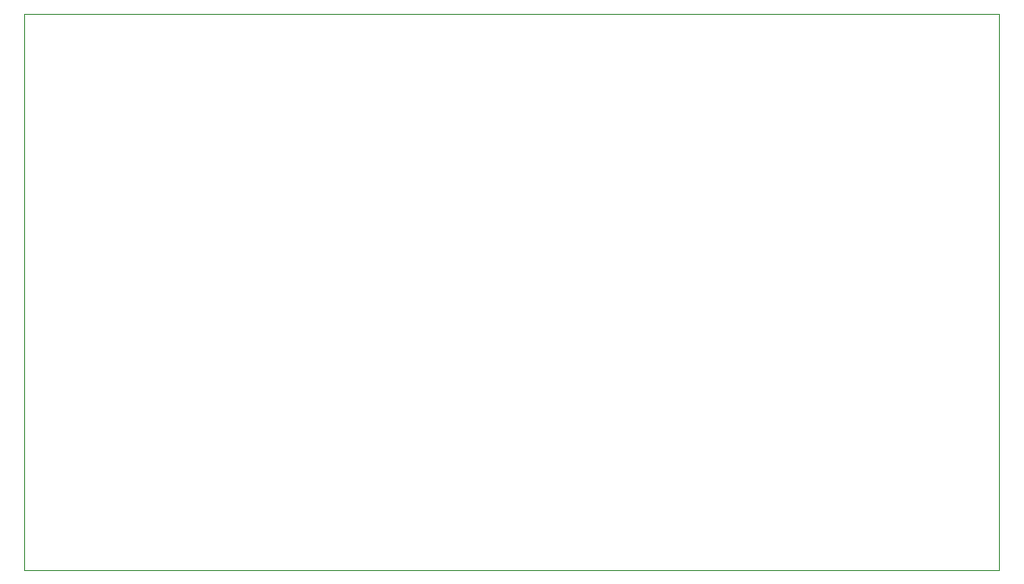
<source format=gbr>
%TF.GenerationSoftware,Altium Limited,Altium Designer,24.1.2 (44)*%
G04 Layer_Color=0*
%FSLAX45Y45*%
%MOMM*%
%TF.SameCoordinates,081E4AA9-6FF8-4DA1-966E-1EA6E075E410*%
%TF.FilePolarity,Positive*%
%TF.FileFunction,Profile,NP*%
%TF.Part,Single*%
G01*
G75*
%TA.AperFunction,Profile*%
%ADD37C,0.02540*%
D37*
X8890000D01*
Y5080000D01*
X0D01*
Y0D01*
%TF.MD5,5eb357fd131afcd77fbeb82028717ba6*%
M02*

</source>
